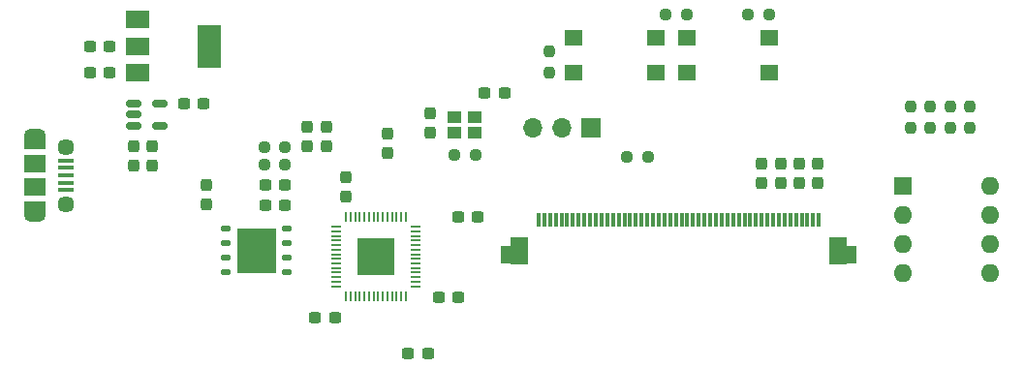
<source format=gbr>
%TF.GenerationSoftware,KiCad,Pcbnew,(7.0.0)*%
%TF.CreationDate,2023-06-08T20:43:27-04:00*%
%TF.ProjectId,tft controller new,74667420-636f-46e7-9472-6f6c6c657220,rev?*%
%TF.SameCoordinates,Original*%
%TF.FileFunction,Soldermask,Top*%
%TF.FilePolarity,Negative*%
%FSLAX46Y46*%
G04 Gerber Fmt 4.6, Leading zero omitted, Abs format (unit mm)*
G04 Created by KiCad (PCBNEW (7.0.0)) date 2023-06-08 20:43:27*
%MOMM*%
%LPD*%
G01*
G04 APERTURE LIST*
G04 Aperture macros list*
%AMRoundRect*
0 Rectangle with rounded corners*
0 $1 Rounding radius*
0 $2 $3 $4 $5 $6 $7 $8 $9 X,Y pos of 4 corners*
0 Add a 4 corners polygon primitive as box body*
4,1,4,$2,$3,$4,$5,$6,$7,$8,$9,$2,$3,0*
0 Add four circle primitives for the rounded corners*
1,1,$1+$1,$2,$3*
1,1,$1+$1,$4,$5*
1,1,$1+$1,$6,$7*
1,1,$1+$1,$8,$9*
0 Add four rect primitives between the rounded corners*
20,1,$1+$1,$2,$3,$4,$5,0*
20,1,$1+$1,$4,$5,$6,$7,0*
20,1,$1+$1,$6,$7,$8,$9,0*
20,1,$1+$1,$8,$9,$2,$3,0*%
G04 Aperture macros list end*
%ADD10RoundRect,0.237500X0.300000X0.237500X-0.300000X0.237500X-0.300000X-0.237500X0.300000X-0.237500X0*%
%ADD11O,1.600000X1.600000*%
%ADD12R,1.600000X1.600000*%
%ADD13RoundRect,0.237500X0.250000X0.237500X-0.250000X0.237500X-0.250000X-0.237500X0.250000X-0.237500X0*%
%ADD14R,1.600000X1.400000*%
%ADD15RoundRect,0.237500X0.237500X-0.250000X0.237500X0.250000X-0.237500X0.250000X-0.237500X-0.250000X0*%
%ADD16RoundRect,0.237500X0.237500X-0.300000X0.237500X0.300000X-0.237500X0.300000X-0.237500X-0.300000X0*%
%ADD17R,2.000000X1.500000*%
%ADD18R,2.000000X3.800000*%
%ADD19RoundRect,0.237500X-0.250000X-0.237500X0.250000X-0.237500X0.250000X0.237500X-0.250000X0.237500X0*%
%ADD20R,1.700000X1.700000*%
%ADD21O,1.700000X1.700000*%
%ADD22RoundRect,0.050000X0.050000X-0.387500X0.050000X0.387500X-0.050000X0.387500X-0.050000X-0.387500X0*%
%ADD23RoundRect,0.050000X0.387500X-0.050000X0.387500X0.050000X-0.387500X0.050000X-0.387500X-0.050000X0*%
%ADD24R,3.200000X3.200000*%
%ADD25RoundRect,0.237500X-0.300000X-0.237500X0.300000X-0.237500X0.300000X0.237500X-0.300000X0.237500X0*%
%ADD26RoundRect,0.237500X-0.237500X0.300000X-0.237500X-0.300000X0.237500X-0.300000X0.237500X0.300000X0*%
%ADD27RoundRect,0.150000X-0.512500X-0.150000X0.512500X-0.150000X0.512500X0.150000X-0.512500X0.150000X0*%
%ADD28R,2.400000X1.600000*%
%ADD29R,1.600000X2.400000*%
%ADD30R,0.300000X1.200000*%
%ADD31R,1.150000X1.000000*%
%ADD32R,1.350000X0.400000*%
%ADD33O,1.900000X1.200000*%
%ADD34R,1.900000X1.200000*%
%ADD35C,1.450000*%
%ADD36R,1.900000X1.500000*%
%ADD37RoundRect,0.125000X-0.262500X-0.125000X0.262500X-0.125000X0.262500X0.125000X-0.262500X0.125000X0*%
%ADD38R,3.400000X4.000000*%
G04 APERTURE END LIST*
D10*
%TO.C,C3*%
X98862500Y-108700000D03*
X97137500Y-108700000D03*
%TD*%
D11*
%TO.C,SW3*%
X145319999Y-98959999D03*
X145319999Y-101499999D03*
X145319999Y-104039999D03*
X145319999Y-106579999D03*
X137699999Y-106579999D03*
X137699999Y-104039999D03*
X137699999Y-101499999D03*
D12*
X137699999Y-98959999D03*
%TD*%
D13*
%TO.C,R2*%
X83712500Y-97100000D03*
X81887500Y-97100000D03*
%TD*%
D14*
%TO.C,SW1*%
X118799999Y-85999999D03*
X125999999Y-85999999D03*
X118799999Y-88999999D03*
X125999999Y-88999999D03*
%TD*%
D15*
%TO.C,R6*%
X106800000Y-89000000D03*
X106800000Y-87175000D03*
%TD*%
D16*
%TO.C,C16*%
X128600000Y-98662500D03*
X128600000Y-96937500D03*
%TD*%
%TO.C,C17*%
X127000000Y-98662500D03*
X127000000Y-96937500D03*
%TD*%
D14*
%TO.C,SW2*%
X108899999Y-85999999D03*
X116099999Y-85999999D03*
X108899999Y-88999999D03*
X116099999Y-88999999D03*
%TD*%
D13*
%TO.C,R7*%
X115412500Y-96400000D03*
X113587500Y-96400000D03*
%TD*%
D16*
%TO.C,C1*%
X89031260Y-99862500D03*
X89031260Y-98137500D03*
%TD*%
D10*
%TO.C,C6*%
X83700000Y-98800000D03*
X81975000Y-98800000D03*
%TD*%
D16*
%TO.C,C11*%
X85600000Y-95462500D03*
X85600000Y-93737500D03*
%TD*%
D17*
%TO.C,U3*%
X70799999Y-84399999D03*
X70799999Y-86699999D03*
D18*
X77099999Y-86699999D03*
D17*
X70799999Y-88999999D03*
%TD*%
D19*
%TO.C,R5*%
X124175000Y-83900000D03*
X126000000Y-83900000D03*
%TD*%
D16*
%TO.C,C18*%
X125350000Y-98662500D03*
X125350000Y-96937500D03*
%TD*%
D20*
%TO.C,J3*%
X110424999Y-93824999D03*
D21*
X107884999Y-93824999D03*
X105344999Y-93824999D03*
%TD*%
D22*
%TO.C,U2*%
X89031260Y-108537500D03*
X89431260Y-108537500D03*
X89831260Y-108537500D03*
X90231260Y-108537500D03*
X90631260Y-108537500D03*
X91031260Y-108537500D03*
X91431260Y-108537500D03*
X91831260Y-108537500D03*
X92231260Y-108537500D03*
X92631260Y-108537500D03*
X93031260Y-108537500D03*
X93431260Y-108537500D03*
X93831260Y-108537500D03*
X94231260Y-108537500D03*
D23*
X95068760Y-107700000D03*
X95068760Y-107300000D03*
X95068760Y-106900000D03*
X95068760Y-106500000D03*
X95068760Y-106100000D03*
X95068760Y-105700000D03*
X95068760Y-105300000D03*
X95068760Y-104900000D03*
X95068760Y-104500000D03*
X95068760Y-104100000D03*
X95068760Y-103700000D03*
X95068760Y-103300000D03*
X95068760Y-102900000D03*
X95068760Y-102500000D03*
D22*
X94231260Y-101662500D03*
X93831260Y-101662500D03*
X93431260Y-101662500D03*
X93031260Y-101662500D03*
X92631260Y-101662500D03*
X92231260Y-101662500D03*
X91831260Y-101662500D03*
X91431260Y-101662500D03*
X91031260Y-101662500D03*
X90631260Y-101662500D03*
X90231260Y-101662500D03*
X89831260Y-101662500D03*
X89431260Y-101662500D03*
X89031260Y-101662500D03*
D23*
X88193760Y-102500000D03*
X88193760Y-102900000D03*
X88193760Y-103300000D03*
X88193760Y-103700000D03*
X88193760Y-104100000D03*
X88193760Y-104500000D03*
X88193760Y-104900000D03*
X88193760Y-105300000D03*
X88193760Y-105700000D03*
X88193760Y-106100000D03*
X88193760Y-106500000D03*
X88193760Y-106900000D03*
X88193760Y-107300000D03*
X88193760Y-107700000D03*
D24*
X91631259Y-105099999D03*
%TD*%
D25*
%TO.C,C9*%
X98837500Y-101600000D03*
X100562500Y-101600000D03*
%TD*%
D19*
%TO.C,R4*%
X116975000Y-83900000D03*
X118800000Y-83900000D03*
%TD*%
D15*
%TO.C,R9*%
X141800000Y-93812500D03*
X141800000Y-91987500D03*
%TD*%
%TO.C,R10*%
X140100000Y-93812500D03*
X140100000Y-91987500D03*
%TD*%
D26*
%TO.C,C20*%
X70462500Y-95437500D03*
X70462500Y-97162500D03*
%TD*%
D15*
%TO.C,R8*%
X143500000Y-93812500D03*
X143500000Y-91987500D03*
%TD*%
D10*
%TO.C,C14*%
X68362500Y-89000000D03*
X66637500Y-89000000D03*
%TD*%
D19*
%TO.C,R1*%
X98525000Y-96200000D03*
X100350000Y-96200000D03*
%TD*%
D27*
%TO.C,U4*%
X70462500Y-91750000D03*
X70462500Y-92700000D03*
X70462500Y-93650000D03*
X72737500Y-93650000D03*
X72737500Y-91750000D03*
%TD*%
D28*
%TO.C,DS1*%
X132449999Y-104974999D03*
D29*
X132049999Y-104574999D03*
X104149999Y-104574999D03*
D28*
X103749999Y-104974999D03*
D30*
X130349999Y-101874999D03*
X129849999Y-101874999D03*
X129349999Y-101874999D03*
X128849999Y-101874999D03*
X128349999Y-101874999D03*
X127849999Y-101874999D03*
X127349999Y-101874999D03*
X126849999Y-101874999D03*
X126349999Y-101874999D03*
X125849999Y-101874999D03*
X125349999Y-101874999D03*
X124849999Y-101874999D03*
X124349999Y-101874999D03*
X123849999Y-101874999D03*
X123349999Y-101874999D03*
X122849999Y-101874999D03*
X122349999Y-101874999D03*
X121849999Y-101874999D03*
X121349999Y-101874999D03*
X120849999Y-101874999D03*
X120349999Y-101874999D03*
X119849999Y-101874999D03*
X119349999Y-101874999D03*
X118849999Y-101874999D03*
X118349999Y-101874999D03*
X117849999Y-101874999D03*
X117349999Y-101874999D03*
X116849999Y-101874999D03*
X116349999Y-101874999D03*
X115849999Y-101874999D03*
X115349999Y-101874999D03*
X114849999Y-101874999D03*
X114349999Y-101874999D03*
X113849999Y-101874999D03*
X113349999Y-101874999D03*
X112849999Y-101874999D03*
X112349999Y-101874999D03*
X111849999Y-101874999D03*
X111349999Y-101874999D03*
X110849999Y-101874999D03*
X110349999Y-101874999D03*
X109849999Y-101874999D03*
X109349999Y-101874999D03*
X108849999Y-101874999D03*
X108349999Y-101874999D03*
X107849999Y-101874999D03*
X107349999Y-101874999D03*
X106849999Y-101874999D03*
X106349999Y-101874999D03*
X105849999Y-101874999D03*
%TD*%
D16*
%TO.C,C7*%
X87300000Y-95462500D03*
X87300000Y-93737500D03*
%TD*%
%TO.C,C19*%
X130200000Y-98662500D03*
X130200000Y-96937500D03*
%TD*%
D10*
%TO.C,C5*%
X88062500Y-110400000D03*
X86337500Y-110400000D03*
%TD*%
D31*
%TO.C,Y1*%
X98524999Y-94299999D03*
X100274999Y-94299999D03*
X100274999Y-92899999D03*
X98524999Y-92899999D03*
%TD*%
D15*
%TO.C,R11*%
X138410000Y-93812500D03*
X138410000Y-91987500D03*
%TD*%
D16*
%TO.C,C8*%
X76800000Y-100562500D03*
X76800000Y-98837500D03*
%TD*%
D32*
%TO.C,J1*%
X64562499Y-96699999D03*
X64562499Y-97349999D03*
X64562499Y-97999999D03*
X64562499Y-98649999D03*
X64562499Y-99299999D03*
D33*
X61862499Y-94499999D03*
D34*
X61862499Y-95099999D03*
D35*
X64562500Y-95500000D03*
D36*
X61862499Y-96999999D03*
X61862499Y-98999999D03*
D35*
X64562500Y-100500000D03*
D34*
X61862499Y-100899999D03*
D33*
X61862499Y-101499999D03*
%TD*%
D10*
%TO.C,C10*%
X83700000Y-100600000D03*
X81975000Y-100600000D03*
%TD*%
D25*
%TO.C,C12*%
X101137500Y-90800000D03*
X102862500Y-90800000D03*
%TD*%
D13*
%TO.C,R3*%
X83712500Y-95500000D03*
X81887500Y-95500000D03*
%TD*%
D16*
%TO.C,C2*%
X92631260Y-96062500D03*
X92631260Y-94337500D03*
%TD*%
D37*
%TO.C,U1*%
X78527500Y-102690000D03*
X78527500Y-103960000D03*
X78527500Y-105230000D03*
X78527500Y-106500000D03*
X83852500Y-106500000D03*
X83852500Y-105230000D03*
X83852500Y-103960000D03*
X83852500Y-102690000D03*
D38*
X81189999Y-104594999D03*
%TD*%
D26*
%TO.C,C22*%
X72100000Y-95437500D03*
X72100000Y-97162500D03*
%TD*%
D25*
%TO.C,C4*%
X94437500Y-113600000D03*
X96162500Y-113600000D03*
%TD*%
%TO.C,C21*%
X74837500Y-91750000D03*
X76562500Y-91750000D03*
%TD*%
D10*
%TO.C,C15*%
X68362500Y-86700000D03*
X66637500Y-86700000D03*
%TD*%
D16*
%TO.C,C13*%
X96400000Y-94300000D03*
X96400000Y-92575000D03*
%TD*%
M02*

</source>
